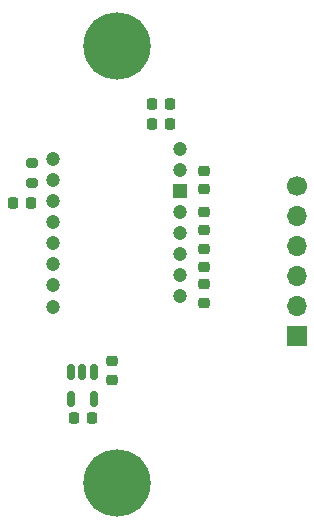
<source format=gbs>
G04 #@! TF.GenerationSoftware,KiCad,Pcbnew,7.0.7*
G04 #@! TF.CreationDate,2024-01-25T12:19:24+08:00*
G04 #@! TF.ProjectId,sensor,73656e73-6f72-42e6-9b69-6361645f7063,rev?*
G04 #@! TF.SameCoordinates,Original*
G04 #@! TF.FileFunction,Soldermask,Bot*
G04 #@! TF.FilePolarity,Negative*
%FSLAX46Y46*%
G04 Gerber Fmt 4.6, Leading zero omitted, Abs format (unit mm)*
G04 Created by KiCad (PCBNEW 7.0.7) date 2024-01-25 12:19:24*
%MOMM*%
%LPD*%
G01*
G04 APERTURE LIST*
G04 Aperture macros list*
%AMRoundRect*
0 Rectangle with rounded corners*
0 $1 Rounding radius*
0 $2 $3 $4 $5 $6 $7 $8 $9 X,Y pos of 4 corners*
0 Add a 4 corners polygon primitive as box body*
4,1,4,$2,$3,$4,$5,$6,$7,$8,$9,$2,$3,0*
0 Add four circle primitives for the rounded corners*
1,1,$1+$1,$2,$3*
1,1,$1+$1,$4,$5*
1,1,$1+$1,$6,$7*
1,1,$1+$1,$8,$9*
0 Add four rect primitives between the rounded corners*
20,1,$1+$1,$2,$3,$4,$5,0*
20,1,$1+$1,$4,$5,$6,$7,0*
20,1,$1+$1,$6,$7,$8,$9,0*
20,1,$1+$1,$8,$9,$2,$3,0*%
G04 Aperture macros list end*
%ADD10C,5.700000*%
%ADD11R,1.700000X1.700000*%
%ADD12O,1.700000X1.700000*%
%ADD13C,1.700000*%
%ADD14RoundRect,0.150000X-0.150000X0.512500X-0.150000X-0.512500X0.150000X-0.512500X0.150000X0.512500X0*%
%ADD15RoundRect,0.225000X-0.250000X0.225000X-0.250000X-0.225000X0.250000X-0.225000X0.250000X0.225000X0*%
%ADD16RoundRect,0.225000X0.250000X-0.225000X0.250000X0.225000X-0.250000X0.225000X-0.250000X-0.225000X0*%
%ADD17RoundRect,0.225000X0.225000X0.250000X-0.225000X0.250000X-0.225000X-0.250000X0.225000X-0.250000X0*%
%ADD18C,1.200000*%
%ADD19R,1.200000X1.200000*%
%ADD20RoundRect,0.200000X-0.275000X0.200000X-0.275000X-0.200000X0.275000X-0.200000X0.275000X0.200000X0*%
%ADD21RoundRect,0.225000X-0.225000X-0.250000X0.225000X-0.250000X0.225000X0.250000X-0.225000X0.250000X0*%
G04 APERTURE END LIST*
D10*
X81600000Y-129200000D03*
D11*
X96800000Y-116800000D03*
D12*
X96800000Y-114260000D03*
X96800000Y-111720000D03*
X96800000Y-109180000D03*
X96800000Y-106640000D03*
D13*
X96800000Y-104100000D03*
D10*
X81600000Y-92200000D03*
D14*
X77724000Y-119800000D03*
X78674000Y-119800000D03*
X79624000Y-119800000D03*
X79624000Y-122075000D03*
X77724000Y-122075000D03*
D15*
X89004000Y-112415000D03*
X89004000Y-113965000D03*
D16*
X88994000Y-110940000D03*
X88994000Y-109390000D03*
D17*
X74325000Y-105500000D03*
X72775000Y-105500000D03*
D18*
X76210000Y-114280000D03*
X76210000Y-112500000D03*
X76210000Y-110720000D03*
X76210000Y-108940000D03*
X76210000Y-107160000D03*
X76210000Y-105380000D03*
X76210000Y-103600000D03*
X76210000Y-101820000D03*
X86910000Y-100930000D03*
X86910000Y-102710000D03*
D19*
X86910000Y-104490000D03*
D18*
X86910000Y-106270000D03*
X86910000Y-108050000D03*
X86910000Y-109830000D03*
X86910000Y-111610000D03*
X86910000Y-113390000D03*
D15*
X88984000Y-102805000D03*
X88984000Y-104355000D03*
D17*
X86119000Y-98840000D03*
X84569000Y-98840000D03*
D16*
X81144000Y-120467500D03*
X81144000Y-118917500D03*
X88974000Y-107795000D03*
X88974000Y-106245000D03*
D17*
X86119000Y-97136000D03*
X84569000Y-97136000D03*
D20*
X74360000Y-102145000D03*
X74360000Y-103795000D03*
D21*
X77919000Y-123747500D03*
X79469000Y-123747500D03*
M02*

</source>
